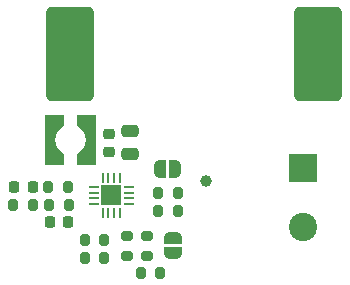
<source format=gbr>
%TF.GenerationSoftware,KiCad,Pcbnew,(6.0.9)*%
%TF.CreationDate,2022-11-21T20:55:40-06:00*%
%TF.ProjectId,solar-test,736f6c61-722d-4746-9573-742e6b696361,rev?*%
%TF.SameCoordinates,Original*%
%TF.FileFunction,Soldermask,Top*%
%TF.FilePolarity,Negative*%
%FSLAX46Y46*%
G04 Gerber Fmt 4.6, Leading zero omitted, Abs format (unit mm)*
G04 Created by KiCad (PCBNEW (6.0.9)) date 2022-11-21 20:55:40*
%MOMM*%
%LPD*%
G01*
G04 APERTURE LIST*
G04 Aperture macros list*
%AMRoundRect*
0 Rectangle with rounded corners*
0 $1 Rounding radius*
0 $2 $3 $4 $5 $6 $7 $8 $9 X,Y pos of 4 corners*
0 Add a 4 corners polygon primitive as box body*
4,1,4,$2,$3,$4,$5,$6,$7,$8,$9,$2,$3,0*
0 Add four circle primitives for the rounded corners*
1,1,$1+$1,$2,$3*
1,1,$1+$1,$4,$5*
1,1,$1+$1,$6,$7*
1,1,$1+$1,$8,$9*
0 Add four rect primitives between the rounded corners*
20,1,$1+$1,$2,$3,$4,$5,0*
20,1,$1+$1,$4,$5,$6,$7,0*
20,1,$1+$1,$6,$7,$8,$9,0*
20,1,$1+$1,$8,$9,$2,$3,0*%
%AMFreePoly0*
4,1,19,2.150000,-1.200000,1.177922,-1.200000,1.064578,-1.003895,0.918917,-0.830439,0.745359,-0.684899,0.549174,-0.571693,0.336318,-0.494257,0.113252,-0.454942,-0.113252,-0.454942,-0.336318,-0.494257,-0.549174,-0.571693,-0.745359,-0.684899,-0.918917,-0.830439,-1.064578,-1.003895,-1.177922,-1.200000,-2.150000,-1.200000,-2.150000,0.400000,2.150000,0.400000,2.150000,-1.200000,2.150000,-1.200000,
$1*%
%AMFreePoly1*
4,1,19,-1.064578,1.003895,-0.918917,0.830439,-0.745359,0.684899,-0.549174,0.571693,-0.336318,0.494257,-0.113252,0.454942,0.113252,0.454942,0.336318,0.494257,0.549174,0.571693,0.745359,0.684899,0.918917,0.830439,1.064578,1.003895,1.177922,1.200000,2.150000,1.200000,2.150000,-0.400000,-2.150000,-0.400000,-2.150000,1.200000,-1.177922,1.200000,-1.064578,1.003895,-1.064578,1.003895,
$1*%
%AMFreePoly2*
4,1,22,0.500000,-0.750000,0.000000,-0.750000,0.000000,-0.745033,-0.079941,-0.743568,-0.215256,-0.701293,-0.333266,-0.622738,-0.424486,-0.514219,-0.481581,-0.384460,-0.499164,-0.250000,-0.500000,-0.250000,-0.500000,0.250000,-0.499164,0.250000,-0.499963,0.256109,-0.478152,0.396186,-0.417904,0.524511,-0.324060,0.630769,-0.204165,0.706417,-0.067858,0.745374,0.000000,0.744959,0.000000,0.750000,
0.500000,0.750000,0.500000,-0.750000,0.500000,-0.750000,$1*%
%AMFreePoly3*
4,1,20,0.000000,0.744959,0.073905,0.744508,0.209726,0.703889,0.328688,0.626782,0.421226,0.519385,0.479903,0.390333,0.500000,0.250000,0.500000,-0.250000,0.499851,-0.262216,0.476331,-0.402017,0.414519,-0.529596,0.319384,-0.634700,0.198574,-0.708877,0.061801,-0.746166,0.000000,-0.745033,0.000000,-0.750000,-0.500000,-0.750000,-0.500000,0.750000,0.000000,0.750000,0.000000,0.744959,
0.000000,0.744959,$1*%
G04 Aperture macros list end*
%ADD10C,1.000000*%
%ADD11RoundRect,0.400000X-1.600000X-3.600000X1.600000X-3.600000X1.600000X3.600000X-1.600000X3.600000X0*%
%ADD12RoundRect,0.200000X-0.200000X-0.275000X0.200000X-0.275000X0.200000X0.275000X-0.200000X0.275000X0*%
%ADD13RoundRect,0.200000X0.200000X0.275000X-0.200000X0.275000X-0.200000X-0.275000X0.200000X-0.275000X0*%
%ADD14RoundRect,0.200000X-0.275000X0.200000X-0.275000X-0.200000X0.275000X-0.200000X0.275000X0.200000X0*%
%ADD15RoundRect,0.250000X0.475000X-0.250000X0.475000X0.250000X-0.475000X0.250000X-0.475000X-0.250000X0*%
%ADD16RoundRect,0.225000X-0.225000X-0.250000X0.225000X-0.250000X0.225000X0.250000X-0.225000X0.250000X0*%
%ADD17R,2.400000X2.400000*%
%ADD18C,2.400000*%
%ADD19FreePoly0,90.000000*%
%ADD20FreePoly1,90.000000*%
%ADD21RoundRect,0.225000X-0.250000X0.225000X-0.250000X-0.225000X0.250000X-0.225000X0.250000X0.225000X0*%
%ADD22RoundRect,0.062500X-0.350000X-0.062500X0.350000X-0.062500X0.350000X0.062500X-0.350000X0.062500X0*%
%ADD23RoundRect,0.062500X-0.062500X-0.350000X0.062500X-0.350000X0.062500X0.350000X-0.062500X0.350000X0*%
%ADD24R,1.700000X1.700000*%
%ADD25FreePoly2,270.000000*%
%ADD26FreePoly3,270.000000*%
%ADD27FreePoly2,180.000000*%
%ADD28FreePoly3,180.000000*%
G04 APERTURE END LIST*
D10*
%TO.C,TP1*%
X160000000Y-113450000D03*
%TD*%
D11*
%TO.C,SC1*%
X148500000Y-102700000D03*
X169500000Y-102700000D03*
%TD*%
D12*
%TO.C,R10*%
X155975001Y-115979998D03*
X157625001Y-115979998D03*
%TD*%
D13*
%TO.C,R9*%
X155975001Y-114479998D03*
X157625001Y-114479998D03*
%TD*%
%TO.C,R8*%
X156125001Y-121229998D03*
X154475001Y-121229998D03*
%TD*%
D14*
%TO.C,R7*%
X153300001Y-118154998D03*
X153300001Y-119804998D03*
%TD*%
D12*
%TO.C,R5*%
X149725001Y-119979998D03*
X151375001Y-119979998D03*
%TD*%
%TO.C,R3*%
X146725001Y-115479998D03*
X148375001Y-115479998D03*
%TD*%
D15*
%TO.C,C5*%
X153550001Y-111179998D03*
X153550001Y-109279998D03*
%TD*%
D16*
%TO.C,C2*%
X143775001Y-113979998D03*
X145325001Y-113979998D03*
%TD*%
D17*
%TO.C,C1*%
X168250000Y-112384785D03*
D18*
X168250000Y-117384785D03*
%TD*%
D16*
%TO.C,C3*%
X146775001Y-116979998D03*
X148325001Y-116979998D03*
%TD*%
D12*
%TO.C,R1*%
X146674996Y-113975476D03*
X148324996Y-113975476D03*
%TD*%
D19*
%TO.C,L1*%
X146774522Y-109975475D03*
D20*
X150274522Y-109975475D03*
%TD*%
D21*
%TO.C,C4*%
X151800001Y-109454998D03*
X151800001Y-111004998D03*
%TD*%
D12*
%TO.C,R2*%
X143674999Y-115475476D03*
X145324999Y-115475476D03*
%TD*%
D22*
%TO.C,U1*%
X150537498Y-113949995D03*
X150537498Y-114449995D03*
X150537498Y-114949995D03*
X150537498Y-115449995D03*
D23*
X151249998Y-116162495D03*
X151749998Y-116162495D03*
X152249998Y-116162495D03*
X152749998Y-116162495D03*
D22*
X153462498Y-115449995D03*
X153462498Y-114949995D03*
X153462498Y-114449995D03*
X153462498Y-113949995D03*
D23*
X152749998Y-113237495D03*
X152249998Y-113237495D03*
X151749998Y-113237495D03*
X151249998Y-113237495D03*
D24*
X151999998Y-114699995D03*
%TD*%
D14*
%TO.C,R6*%
X155050001Y-118154998D03*
X155050001Y-119804998D03*
%TD*%
D25*
%TO.C,JP1*%
X157224999Y-118299995D03*
D26*
X157224999Y-119599995D03*
%TD*%
D12*
%TO.C,R4*%
X149725001Y-118479998D03*
X151375001Y-118479998D03*
%TD*%
D27*
%TO.C,JP2*%
X157374520Y-112425477D03*
D28*
X156074520Y-112425477D03*
%TD*%
M02*

</source>
